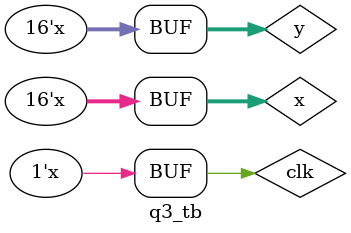
<source format=v>
module q3_tb;
    wire[15:0] r;
    reg [15:0] x,y;
    reg clk;

    initial 
    begin
        x = 2048;
        y = 1;
        clk = 0;
    end
    always
        #1 clk = ~clk; 

    always
    begin
        x = x+1; #15; 
        y = y+1; #15;
        
    end
    
    q3 a(r, x, y, clk);

endmodule

</source>
